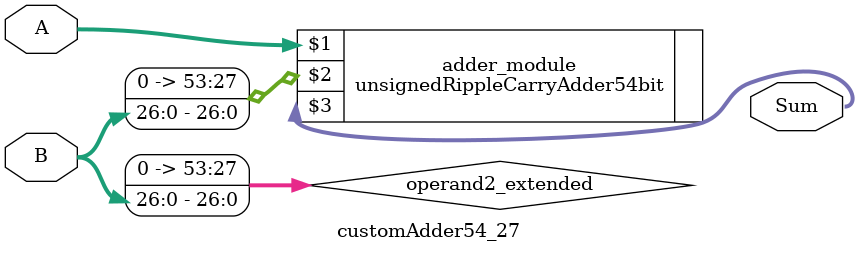
<source format=v>
module customAdder54_27(
                        input [53 : 0] A,
                        input [26 : 0] B,
                        
                        output [54 : 0] Sum
                );

        wire [53 : 0] operand2_extended;
        
        assign operand2_extended =  {27'b0, B};
        
        unsignedRippleCarryAdder54bit adder_module(
            A,
            operand2_extended,
            Sum
        );
        
        endmodule
        
</source>
